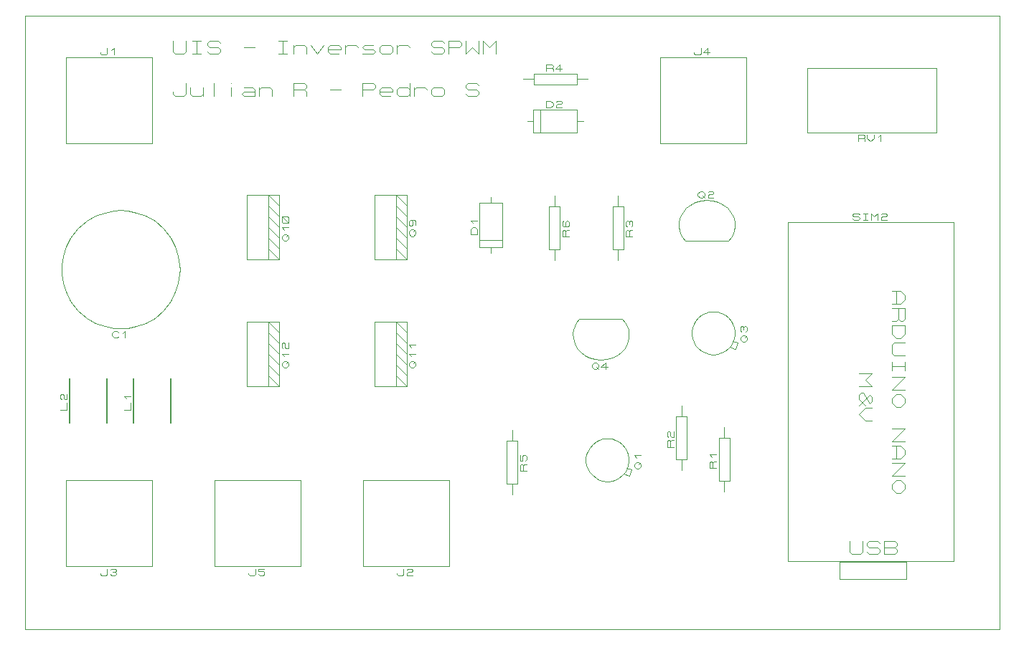
<source format=gbr>
G04 PROTEUS GERBER X2 FILE*
%TF.GenerationSoftware,Labcenter,Proteus,8.15-SP1-Build34318*%
%TF.CreationDate,2023-11-28T19:51:24+00:00*%
%TF.FileFunction,Legend,Top*%
%TF.FilePolarity,Positive*%
%TF.Part,Single*%
%TF.SameCoordinates,{4b54416f-b8ac-4c38-86d9-f2280a18938b}*%
%FSLAX45Y45*%
%MOMM*%
G01*
%TA.AperFunction,Material*%
%ADD20C,0.101600*%
%ADD21C,0.200000*%
%TA.AperFunction,NonMaterial*%
%ADD22C,0.101600*%
%TA.AperFunction,Profile*%
%ADD71C,0.101600*%
%TD.AperFunction*%
D20*
X+7504000Y+6881000D02*
X+7504000Y+6119000D01*
X+5980000Y+6119000D02*
X+5980000Y+6881000D01*
X+7504000Y+6119000D02*
X+5980000Y+6119000D01*
X+7504000Y+6881000D02*
X+5980000Y+6881000D01*
X+6581980Y+6012320D02*
X+6581980Y+6088520D01*
X+6648655Y+6088520D01*
X+6661990Y+6075820D01*
X+6661990Y+6063120D01*
X+6648655Y+6050420D01*
X+6581980Y+6050420D01*
X+6648655Y+6050420D02*
X+6661990Y+6037720D01*
X+6661990Y+6012320D01*
X+6688660Y+6088520D02*
X+6688660Y+6050420D01*
X+6728665Y+6012320D01*
X+6768670Y+6050420D01*
X+6768670Y+6088520D01*
X+6822010Y+6063120D02*
X+6848680Y+6088520D01*
X+6848680Y+6012320D01*
X+5000000Y+1877000D02*
X+5000000Y+2004000D01*
X+4936500Y+2004000D02*
X+5063500Y+2004000D01*
X+5063500Y+2512000D01*
X+4936500Y+2512000D01*
X+4936500Y+2004000D01*
X+5000000Y+2512000D02*
X+5000000Y+2639000D01*
X+4906020Y+2151320D02*
X+4829820Y+2151320D01*
X+4829820Y+2217995D01*
X+4842520Y+2231330D01*
X+4855220Y+2231330D01*
X+4867920Y+2217995D01*
X+4867920Y+2151320D01*
X+4867920Y+2217995D02*
X+4880620Y+2231330D01*
X+4906020Y+2231330D01*
X+4855220Y+2284670D02*
X+4829820Y+2311340D01*
X+4906020Y+2311340D01*
X+4500000Y+2127000D02*
X+4500000Y+2254000D01*
X+4436500Y+2254000D02*
X+4563500Y+2254000D01*
X+4563500Y+2762000D01*
X+4436500Y+2762000D01*
X+4436500Y+2254000D01*
X+4500000Y+2762000D02*
X+4500000Y+2889000D01*
X+4406020Y+2401320D02*
X+4329820Y+2401320D01*
X+4329820Y+2467995D01*
X+4342520Y+2481330D01*
X+4355220Y+2481330D01*
X+4367920Y+2467995D01*
X+4367920Y+2401320D01*
X+4367920Y+2467995D02*
X+4380620Y+2481330D01*
X+4406020Y+2481330D01*
X+4342520Y+2521335D02*
X+4329820Y+2534670D01*
X+4329820Y+2574675D01*
X+4342520Y+2588010D01*
X+4355220Y+2588010D01*
X+4367920Y+2574675D01*
X+4367920Y+2534670D01*
X+4380620Y+2521335D01*
X+4406020Y+2521335D01*
X+4406020Y+2588010D01*
X+5127000Y+3750000D02*
X+5126173Y+3770483D01*
X+5119455Y+3811450D01*
X+5105437Y+3852417D01*
X+5082659Y+3893384D01*
X+5047859Y+3934229D01*
X+5006892Y+3965845D01*
X+4965925Y+3986392D01*
X+4924958Y+3998629D01*
X+4883991Y+4003762D01*
X+4873000Y+4004000D01*
X+4619000Y+3750000D02*
X+4619827Y+3770483D01*
X+4626545Y+3811450D01*
X+4640563Y+3852417D01*
X+4663341Y+3893384D01*
X+4698141Y+3934229D01*
X+4739108Y+3965845D01*
X+4780075Y+3986392D01*
X+4821042Y+3998629D01*
X+4862009Y+4003762D01*
X+4873000Y+4004000D01*
X+4619000Y+3750000D02*
X+4619827Y+3729517D01*
X+4626545Y+3688550D01*
X+4640563Y+3647583D01*
X+4663341Y+3606616D01*
X+4698141Y+3565771D01*
X+4739108Y+3534155D01*
X+4780075Y+3513608D01*
X+4821042Y+3501371D01*
X+4862009Y+3496238D01*
X+4873000Y+3496000D01*
X+5127000Y+3750000D02*
X+5126173Y+3729517D01*
X+5119455Y+3688550D01*
X+5105437Y+3647583D01*
X+5082659Y+3606616D01*
X+5047859Y+3565771D01*
X+5006892Y+3534155D01*
X+4965925Y+3513608D01*
X+4924958Y+3501371D01*
X+4883991Y+3496238D01*
X+4873000Y+3496000D01*
X+5102500Y+3657100D02*
X+5161400Y+3634300D01*
X+5131400Y+3561000D01*
X+5128300Y+3559900D02*
X+5064200Y+3587800D01*
X+5217280Y+3643320D02*
X+5191880Y+3669990D01*
X+5191880Y+3696660D01*
X+5217280Y+3723330D01*
X+5242680Y+3723330D01*
X+5268080Y+3696660D01*
X+5268080Y+3669990D01*
X+5242680Y+3643320D01*
X+5217280Y+3643320D01*
X+5242680Y+3696660D02*
X+5268080Y+3723330D01*
X+5204580Y+3763335D02*
X+5191880Y+3776670D01*
X+5191880Y+3816675D01*
X+5204580Y+3830010D01*
X+5217280Y+3830010D01*
X+5229980Y+3816675D01*
X+5242680Y+3830010D01*
X+5255380Y+3830010D01*
X+5268080Y+3816675D01*
X+5268080Y+3776670D01*
X+5255380Y+3763335D01*
X+5229980Y+3790005D02*
X+5229980Y+3816675D01*
X+3877000Y+2250000D02*
X+3876173Y+2270483D01*
X+3869455Y+2311450D01*
X+3855437Y+2352417D01*
X+3832659Y+2393384D01*
X+3797859Y+2434229D01*
X+3756892Y+2465845D01*
X+3715925Y+2486392D01*
X+3674958Y+2498629D01*
X+3633991Y+2503762D01*
X+3623000Y+2504000D01*
X+3369000Y+2250000D02*
X+3369827Y+2270483D01*
X+3376545Y+2311450D01*
X+3390563Y+2352417D01*
X+3413341Y+2393384D01*
X+3448141Y+2434229D01*
X+3489108Y+2465845D01*
X+3530075Y+2486392D01*
X+3571042Y+2498629D01*
X+3612009Y+2503762D01*
X+3623000Y+2504000D01*
X+3369000Y+2250000D02*
X+3369827Y+2229517D01*
X+3376545Y+2188550D01*
X+3390563Y+2147583D01*
X+3413341Y+2106616D01*
X+3448141Y+2065771D01*
X+3489108Y+2034155D01*
X+3530075Y+2013608D01*
X+3571042Y+2001371D01*
X+3612009Y+1996238D01*
X+3623000Y+1996000D01*
X+3877000Y+2250000D02*
X+3876173Y+2229517D01*
X+3869455Y+2188550D01*
X+3855437Y+2147583D01*
X+3832659Y+2106616D01*
X+3797859Y+2065771D01*
X+3756892Y+2034155D01*
X+3715925Y+2013608D01*
X+3674958Y+2001371D01*
X+3633991Y+1996238D01*
X+3623000Y+1996000D01*
X+3852500Y+2157100D02*
X+3911400Y+2134300D01*
X+3881400Y+2061000D01*
X+3878300Y+2059900D02*
X+3814200Y+2087800D01*
X+3967280Y+2143320D02*
X+3941880Y+2169990D01*
X+3941880Y+2196660D01*
X+3967280Y+2223330D01*
X+3992680Y+2223330D01*
X+4018080Y+2196660D01*
X+4018080Y+2169990D01*
X+3992680Y+2143320D01*
X+3967280Y+2143320D01*
X+3992680Y+2196660D02*
X+4018080Y+2223330D01*
X+3967280Y+2276670D02*
X+3941880Y+2303340D01*
X+4018080Y+2303340D01*
X+4542800Y+4834900D02*
X+5050800Y+4834900D01*
X+4466600Y+5000000D02*
X+4471362Y+4961702D01*
X+4485650Y+4922212D01*
X+4509462Y+4880342D01*
X+4542800Y+4834900D01*
X+4466600Y+5000000D02*
X+4469231Y+5064918D01*
X+4485712Y+5124953D01*
X+4514639Y+5178942D01*
X+4554607Y+5225722D01*
X+4604212Y+5264131D01*
X+4662049Y+5293005D01*
X+4726713Y+5311183D01*
X+4796800Y+5317500D01*
X+5127000Y+5000000D02*
X+5122238Y+4961702D01*
X+5107950Y+4922212D01*
X+5084138Y+4880342D01*
X+5050800Y+4834900D01*
X+5127000Y+5000000D02*
X+5124369Y+5064918D01*
X+5107888Y+5124953D01*
X+5078961Y+5178942D01*
X+5038993Y+5225722D01*
X+4989388Y+5264131D01*
X+4931551Y+5293005D01*
X+4866887Y+5311183D01*
X+4796800Y+5317500D01*
X+4690120Y+5398780D02*
X+4716790Y+5424180D01*
X+4743460Y+5424180D01*
X+4770130Y+5398780D01*
X+4770130Y+5373380D01*
X+4743460Y+5347980D01*
X+4716790Y+5347980D01*
X+4690120Y+5373380D01*
X+4690120Y+5398780D01*
X+4743460Y+5373380D02*
X+4770130Y+5347980D01*
X+4810135Y+5411480D02*
X+4823470Y+5424180D01*
X+4863475Y+5424180D01*
X+4876810Y+5411480D01*
X+4876810Y+5398780D01*
X+4863475Y+5386080D01*
X+4823470Y+5386080D01*
X+4810135Y+5373380D01*
X+4810135Y+5347980D01*
X+4876810Y+5347980D01*
X+4246000Y+7008000D02*
X+4246000Y+5992000D01*
X+5262000Y+7008000D02*
X+5262000Y+5992000D01*
X+4246000Y+5992000D02*
X+5262000Y+5992000D01*
X+4246000Y+7008000D02*
X+5262000Y+7008000D01*
X+4647320Y+7063880D02*
X+4647320Y+7051180D01*
X+4660655Y+7038480D01*
X+4713995Y+7038480D01*
X+4727330Y+7051180D01*
X+4727330Y+7114680D01*
X+4834010Y+7063880D02*
X+4754000Y+7063880D01*
X+4807340Y+7114680D01*
X+4807340Y+7038480D01*
X+3750000Y+5373000D02*
X+3750000Y+5246000D01*
X+3686500Y+4738000D02*
X+3813500Y+4738000D01*
X+3813500Y+5246000D01*
X+3686500Y+5246000D01*
X+3686500Y+4738000D01*
X+3750000Y+4738000D02*
X+3750000Y+4611000D01*
X+3920180Y+4885320D02*
X+3843980Y+4885320D01*
X+3843980Y+4951995D01*
X+3856680Y+4965330D01*
X+3869380Y+4965330D01*
X+3882080Y+4951995D01*
X+3882080Y+4885320D01*
X+3882080Y+4951995D02*
X+3894780Y+4965330D01*
X+3920180Y+4965330D01*
X+3856680Y+5005335D02*
X+3843980Y+5018670D01*
X+3843980Y+5058675D01*
X+3856680Y+5072010D01*
X+3869380Y+5072010D01*
X+3882080Y+5058675D01*
X+3894780Y+5072010D01*
X+3907480Y+5072010D01*
X+3920180Y+5058675D01*
X+3920180Y+5018670D01*
X+3907480Y+5005335D01*
X+3882080Y+5032005D02*
X+3882080Y+5058675D01*
X+2627000Y+6750000D02*
X+2754000Y+6750000D01*
X+2754000Y+6686500D02*
X+3262000Y+6686500D01*
X+3262000Y+6813500D01*
X+2754000Y+6813500D01*
X+2754000Y+6686500D01*
X+3262000Y+6750000D02*
X+3389000Y+6750000D01*
X+2901320Y+6843980D02*
X+2901320Y+6920180D01*
X+2967995Y+6920180D01*
X+2981330Y+6907480D01*
X+2981330Y+6894780D01*
X+2967995Y+6882080D01*
X+2901320Y+6882080D01*
X+2967995Y+6882080D02*
X+2981330Y+6869380D01*
X+2981330Y+6843980D01*
X+3088010Y+6869380D02*
X+3008000Y+6869380D01*
X+3061340Y+6920180D01*
X+3061340Y+6843980D01*
X+2748920Y+6117920D02*
X+3267080Y+6117920D01*
X+3267080Y+6384620D01*
X+2748920Y+6384620D01*
X+2748920Y+6117920D01*
X+2830200Y+6382080D02*
X+2830200Y+6120460D01*
X+2677800Y+6250000D02*
X+2748920Y+6250000D01*
X+3267080Y+6250000D02*
X+3338200Y+6250000D01*
X+2901320Y+6415100D02*
X+2901320Y+6491300D01*
X+2954660Y+6491300D01*
X+2981330Y+6465900D01*
X+2981330Y+6440500D01*
X+2954660Y+6415100D01*
X+2901320Y+6415100D01*
X+3021335Y+6478600D02*
X+3034670Y+6491300D01*
X+3074675Y+6491300D01*
X+3088010Y+6478600D01*
X+3088010Y+6465900D01*
X+3074675Y+6453200D01*
X+3034670Y+6453200D01*
X+3021335Y+6440500D01*
X+3021335Y+6415100D01*
X+3088010Y+6415100D01*
X+3800800Y+3915100D02*
X+3292800Y+3915100D01*
X+3877000Y+3750000D02*
X+3872238Y+3788298D01*
X+3857950Y+3827788D01*
X+3834138Y+3869658D01*
X+3800800Y+3915100D01*
X+3877000Y+3750000D02*
X+3874369Y+3685082D01*
X+3857888Y+3625047D01*
X+3828961Y+3571058D01*
X+3788993Y+3524278D01*
X+3739388Y+3485869D01*
X+3681551Y+3456995D01*
X+3616887Y+3438817D01*
X+3546800Y+3432500D01*
X+3216600Y+3750000D02*
X+3221362Y+3788298D01*
X+3235650Y+3827788D01*
X+3259462Y+3869658D01*
X+3292800Y+3915100D01*
X+3216600Y+3750000D02*
X+3219231Y+3685082D01*
X+3235712Y+3625047D01*
X+3264639Y+3571058D01*
X+3304607Y+3524278D01*
X+3354212Y+3485869D01*
X+3412049Y+3456995D01*
X+3476713Y+3438817D01*
X+3546800Y+3432500D01*
X+3440120Y+3376620D02*
X+3466790Y+3402020D01*
X+3493460Y+3402020D01*
X+3520130Y+3376620D01*
X+3520130Y+3351220D01*
X+3493460Y+3325820D01*
X+3466790Y+3325820D01*
X+3440120Y+3351220D01*
X+3440120Y+3376620D01*
X+3493460Y+3351220D02*
X+3520130Y+3325820D01*
X+3626810Y+3351220D02*
X+3546800Y+3351220D01*
X+3600140Y+3402020D01*
X+3600140Y+3325820D01*
X+2500000Y+2607000D02*
X+2500000Y+2480000D01*
X+2436500Y+1972000D02*
X+2563500Y+1972000D01*
X+2563500Y+2480000D01*
X+2436500Y+2480000D01*
X+2436500Y+1972000D01*
X+2500000Y+1972000D02*
X+2500000Y+1845000D01*
X+2670180Y+2119320D02*
X+2593980Y+2119320D01*
X+2593980Y+2185995D01*
X+2606680Y+2199330D01*
X+2619380Y+2199330D01*
X+2632080Y+2185995D01*
X+2632080Y+2119320D01*
X+2632080Y+2185995D02*
X+2644780Y+2199330D01*
X+2670180Y+2199330D01*
X+2593980Y+2306010D02*
X+2593980Y+2239335D01*
X+2619380Y+2239335D01*
X+2619380Y+2292675D01*
X+2632080Y+2306010D01*
X+2657480Y+2306010D01*
X+2670180Y+2292675D01*
X+2670180Y+2252670D01*
X+2657480Y+2239335D01*
X+3000000Y+5373000D02*
X+3000000Y+5246000D01*
X+2936500Y+4738000D02*
X+3063500Y+4738000D01*
X+3063500Y+5246000D01*
X+2936500Y+5246000D01*
X+2936500Y+4738000D01*
X+3000000Y+4738000D02*
X+3000000Y+4611000D01*
X+3170180Y+4885320D02*
X+3093980Y+4885320D01*
X+3093980Y+4951995D01*
X+3106680Y+4965330D01*
X+3119380Y+4965330D01*
X+3132080Y+4951995D01*
X+3132080Y+4885320D01*
X+3132080Y+4951995D02*
X+3144780Y+4965330D01*
X+3170180Y+4965330D01*
X+3106680Y+5072010D02*
X+3093980Y+5058675D01*
X+3093980Y+5018670D01*
X+3106680Y+5005335D01*
X+3157480Y+5005335D01*
X+3170180Y+5018670D01*
X+3170180Y+5058675D01*
X+3157480Y+5072010D01*
X+3144780Y+5072010D01*
X+3132080Y+5058675D01*
X+3132080Y+5005335D01*
X+2115380Y+4764920D02*
X+2382080Y+4764920D01*
X+2382080Y+5283080D01*
X+2115380Y+5283080D01*
X+2115380Y+4764920D01*
X+2117920Y+4846200D02*
X+2379540Y+4846200D01*
X+2250000Y+4693800D02*
X+2250000Y+4764920D01*
X+2250000Y+5283080D02*
X+2250000Y+5354200D01*
X+2084900Y+4917320D02*
X+2008700Y+4917320D01*
X+2008700Y+4970660D01*
X+2034100Y+4997330D01*
X+2059500Y+4997330D01*
X+2084900Y+4970660D01*
X+2084900Y+4917320D01*
X+2034100Y+5050670D02*
X+2008700Y+5077340D01*
X+2084900Y+5077340D01*
X+873000Y+4619000D02*
X+1127000Y+4619000D01*
X+1127000Y+5381000D01*
X+873000Y+5381000D01*
X+873000Y+4619000D01*
X+1127000Y+5381000D02*
X+1254000Y+5381000D01*
X+1254000Y+4619000D01*
X+1127000Y+4619000D01*
X+1127000Y+5381000D02*
X+1254000Y+5254000D01*
X+1127000Y+5254000D02*
X+1254000Y+5127000D01*
X+1127000Y+5127000D02*
X+1254000Y+5000000D01*
X+1127000Y+5000000D02*
X+1254000Y+4873000D01*
X+1127000Y+4873000D02*
X+1254000Y+4746000D01*
X+1127000Y+4746000D02*
X+1254000Y+4619000D01*
X+1309880Y+4893320D02*
X+1284480Y+4919990D01*
X+1284480Y+4946660D01*
X+1309880Y+4973330D01*
X+1335280Y+4973330D01*
X+1360680Y+4946660D01*
X+1360680Y+4919990D01*
X+1335280Y+4893320D01*
X+1309880Y+4893320D01*
X+1335280Y+4946660D02*
X+1360680Y+4973330D01*
X+1309880Y+5080010D02*
X+1322580Y+5066675D01*
X+1322580Y+5026670D01*
X+1309880Y+5013335D01*
X+1297180Y+5013335D01*
X+1284480Y+5026670D01*
X+1284480Y+5066675D01*
X+1297180Y+5080010D01*
X+1347980Y+5080010D01*
X+1360680Y+5066675D01*
X+1360680Y+5026670D01*
X+873000Y+3119000D02*
X+1127000Y+3119000D01*
X+1127000Y+3881000D01*
X+873000Y+3881000D01*
X+873000Y+3119000D01*
X+1127000Y+3881000D02*
X+1254000Y+3881000D01*
X+1254000Y+3119000D01*
X+1127000Y+3119000D01*
X+1127000Y+3881000D02*
X+1254000Y+3754000D01*
X+1127000Y+3754000D02*
X+1254000Y+3627000D01*
X+1127000Y+3627000D02*
X+1254000Y+3500000D01*
X+1127000Y+3500000D02*
X+1254000Y+3373000D01*
X+1127000Y+3373000D02*
X+1254000Y+3246000D01*
X+1127000Y+3246000D02*
X+1254000Y+3119000D01*
X+1309880Y+3339980D02*
X+1284480Y+3366650D01*
X+1284480Y+3393320D01*
X+1309880Y+3419990D01*
X+1335280Y+3419990D01*
X+1360680Y+3393320D01*
X+1360680Y+3366650D01*
X+1335280Y+3339980D01*
X+1309880Y+3339980D01*
X+1335280Y+3393320D02*
X+1360680Y+3419990D01*
X+1309880Y+3473330D02*
X+1284480Y+3500000D01*
X+1360680Y+3500000D01*
X+1309880Y+3580010D02*
X+1284480Y+3606680D01*
X+1360680Y+3606680D01*
X-627000Y+4615000D02*
X-373000Y+4615000D01*
X-373000Y+5377000D01*
X-627000Y+5377000D01*
X-627000Y+4615000D01*
X-373000Y+5377000D02*
X-246000Y+5377000D01*
X-246000Y+4615000D01*
X-373000Y+4615000D01*
X-373000Y+5377000D02*
X-246000Y+5250000D01*
X-373000Y+5250000D02*
X-246000Y+5123000D01*
X-373000Y+5123000D02*
X-246000Y+4996000D01*
X-373000Y+4996000D02*
X-246000Y+4869000D01*
X-373000Y+4869000D02*
X-246000Y+4742000D01*
X-373000Y+4742000D02*
X-246000Y+4615000D01*
X-190120Y+4835980D02*
X-215520Y+4862650D01*
X-215520Y+4889320D01*
X-190120Y+4915990D01*
X-164720Y+4915990D01*
X-139320Y+4889320D01*
X-139320Y+4862650D01*
X-164720Y+4835980D01*
X-190120Y+4835980D01*
X-164720Y+4889320D02*
X-139320Y+4915990D01*
X-190120Y+4969330D02*
X-215520Y+4996000D01*
X-139320Y+4996000D01*
X-152020Y+5049340D02*
X-202820Y+5049340D01*
X-215520Y+5062675D01*
X-215520Y+5116015D01*
X-202820Y+5129350D01*
X-152020Y+5129350D01*
X-139320Y+5116015D01*
X-139320Y+5062675D01*
X-152020Y+5049340D01*
X-139320Y+5049340D02*
X-215520Y+5129350D01*
X-627000Y+3119000D02*
X-373000Y+3119000D01*
X-373000Y+3881000D01*
X-627000Y+3881000D01*
X-627000Y+3119000D01*
X-373000Y+3881000D02*
X-246000Y+3881000D01*
X-246000Y+3119000D01*
X-373000Y+3119000D01*
X-373000Y+3881000D02*
X-246000Y+3754000D01*
X-373000Y+3754000D02*
X-246000Y+3627000D01*
X-373000Y+3627000D02*
X-246000Y+3500000D01*
X-373000Y+3500000D02*
X-246000Y+3373000D01*
X-373000Y+3373000D02*
X-246000Y+3246000D01*
X-373000Y+3246000D02*
X-246000Y+3119000D01*
X-190120Y+3339980D02*
X-215520Y+3366650D01*
X-215520Y+3393320D01*
X-190120Y+3419990D01*
X-164720Y+3419990D01*
X-139320Y+3393320D01*
X-139320Y+3366650D01*
X-164720Y+3339980D01*
X-190120Y+3339980D01*
X-164720Y+3393320D02*
X-139320Y+3419990D01*
X-190120Y+3473330D02*
X-215520Y+3500000D01*
X-139320Y+3500000D01*
X-202820Y+3566675D02*
X-215520Y+3580010D01*
X-215520Y+3620015D01*
X-202820Y+3633350D01*
X-190120Y+3633350D01*
X-177420Y+3620015D01*
X-177420Y+3580010D01*
X-164720Y+3566675D01*
X-139320Y+3566675D01*
X-139320Y+3633350D01*
X+4000Y+992000D02*
X+4000Y+2008000D01*
X-1012000Y+992000D02*
X-1012000Y+2008000D01*
X+4000Y+2008000D02*
X-1012000Y+2008000D01*
X+4000Y+992000D02*
X-1012000Y+992000D01*
X-610680Y+910720D02*
X-610680Y+898020D01*
X-597345Y+885320D01*
X-544005Y+885320D01*
X-530670Y+898020D01*
X-530670Y+961520D01*
X-423990Y+961520D02*
X-490665Y+961520D01*
X-490665Y+936120D01*
X-437325Y+936120D01*
X-423990Y+923420D01*
X-423990Y+898020D01*
X-437325Y+885320D01*
X-477330Y+885320D01*
X-490665Y+898020D01*
X+1754000Y+992000D02*
X+1754000Y+2008000D01*
X+738000Y+992000D02*
X+738000Y+2008000D01*
X+1754000Y+2008000D02*
X+738000Y+2008000D01*
X+1754000Y+992000D02*
X+738000Y+992000D01*
X+1139320Y+910720D02*
X+1139320Y+898020D01*
X+1152655Y+885320D01*
X+1205995Y+885320D01*
X+1219330Y+898020D01*
X+1219330Y+961520D01*
X+1259335Y+948820D02*
X+1272670Y+961520D01*
X+1312675Y+961520D01*
X+1326010Y+948820D01*
X+1326010Y+936120D01*
X+1312675Y+923420D01*
X+1272670Y+923420D01*
X+1259335Y+910720D01*
X+1259335Y+885320D01*
X+1326010Y+885320D01*
X-1746000Y+992000D02*
X-1746000Y+2008000D01*
X-2762000Y+992000D02*
X-2762000Y+2008000D01*
X-1746000Y+2008000D02*
X-2762000Y+2008000D01*
X-1746000Y+992000D02*
X-2762000Y+992000D01*
X-2360680Y+910720D02*
X-2360680Y+898020D01*
X-2347345Y+885320D01*
X-2294005Y+885320D01*
X-2280670Y+898020D01*
X-2280670Y+961520D01*
X-2240665Y+948820D02*
X-2227330Y+961520D01*
X-2187325Y+961520D01*
X-2173990Y+948820D01*
X-2173990Y+936120D01*
X-2187325Y+923420D01*
X-2173990Y+910720D01*
X-2173990Y+898020D01*
X-2187325Y+885320D01*
X-2227330Y+885320D01*
X-2240665Y+898020D01*
X-2213995Y+923420D02*
X-2187325Y+923420D01*
D21*
X-1970000Y+2690000D02*
X-1970000Y+3210000D01*
X-1530000Y+2690000D02*
X-1530000Y+3210000D01*
D20*
X-2081600Y+2843320D02*
X-2005400Y+2843320D01*
X-2005400Y+2923330D01*
X-2056200Y+2976670D02*
X-2081600Y+3003340D01*
X-2005400Y+3003340D01*
D21*
X-2720000Y+2690000D02*
X-2720000Y+3210000D01*
X-2280000Y+2690000D02*
X-2280000Y+3210000D01*
D20*
X-2831600Y+2843320D02*
X-2755400Y+2843320D01*
X-2755400Y+2923330D01*
X-2818900Y+2963335D02*
X-2831600Y+2976670D01*
X-2831600Y+3016675D01*
X-2818900Y+3030010D01*
X-2806200Y+3030010D01*
X-2793500Y+3016675D01*
X-2793500Y+2976670D01*
X-2780800Y+2963335D01*
X-2755400Y+2963335D01*
X-2755400Y+3030010D01*
X+5752500Y+1056000D02*
X+7712500Y+1056000D01*
X+7712500Y+5056000D01*
X+5752500Y+5056000D01*
X+5752500Y+1056000D01*
X+6589300Y+3276000D02*
X+6741700Y+3276000D01*
X+6665500Y+3199800D01*
X+6741700Y+3123600D01*
X+6589300Y+3123600D01*
X+6589300Y+2895000D02*
X+6716300Y+3022000D01*
X+6741700Y+2996600D01*
X+6741700Y+2945800D01*
X+6716300Y+2920400D01*
X+6640100Y+3047400D01*
X+6614700Y+3047400D01*
X+6589300Y+3022000D01*
X+6589300Y+2971200D01*
X+6665500Y+2895000D01*
X+6741700Y+2869600D02*
X+6665500Y+2869600D01*
X+6589300Y+2793400D01*
X+6665500Y+2717200D01*
X+6741700Y+2717200D01*
X+6979300Y+4246000D02*
X+7080900Y+4246000D01*
X+7131700Y+4195200D01*
X+7131700Y+4144400D01*
X+7080900Y+4093600D01*
X+6979300Y+4093600D01*
X+7030100Y+4246000D02*
X+7030100Y+4093600D01*
X+6979300Y+4042800D02*
X+7131700Y+4042800D01*
X+7131700Y+3915800D01*
X+7106300Y+3890400D01*
X+7080900Y+3890400D01*
X+7055500Y+3915800D01*
X+7055500Y+4042800D01*
X+7055500Y+3915800D02*
X+7030100Y+3890400D01*
X+6979300Y+3890400D01*
X+6979300Y+3839600D02*
X+7131700Y+3839600D01*
X+7131700Y+3738000D01*
X+7080900Y+3687200D01*
X+7030100Y+3687200D01*
X+6979300Y+3738000D01*
X+6979300Y+3839600D01*
X+7131700Y+3636400D02*
X+7004700Y+3636400D01*
X+6979300Y+3611000D01*
X+6979300Y+3509400D01*
X+7004700Y+3484000D01*
X+7131700Y+3484000D01*
X+7131700Y+3407800D02*
X+7131700Y+3306200D01*
X+7131700Y+3357000D02*
X+6979300Y+3357000D01*
X+6979300Y+3407800D02*
X+6979300Y+3306200D01*
X+6979300Y+3230000D02*
X+7131700Y+3230000D01*
X+6979300Y+3077600D01*
X+7131700Y+3077600D01*
X+7080900Y+3026800D02*
X+7131700Y+2976000D01*
X+7131700Y+2925200D01*
X+7080900Y+2874400D01*
X+7030100Y+2874400D01*
X+6979300Y+2925200D01*
X+6979300Y+2976000D01*
X+7030100Y+3026800D01*
X+7080900Y+3026800D01*
X+6979300Y+2620400D02*
X+7131700Y+2620400D01*
X+6979300Y+2468000D01*
X+7131700Y+2468000D01*
X+6979300Y+2417200D02*
X+7080900Y+2417200D01*
X+7131700Y+2366400D01*
X+7131700Y+2315600D01*
X+7080900Y+2264800D01*
X+6979300Y+2264800D01*
X+7030100Y+2417200D02*
X+7030100Y+2264800D01*
X+6979300Y+2214000D02*
X+7131700Y+2214000D01*
X+6979300Y+2061600D01*
X+7131700Y+2061600D01*
X+7080900Y+2010800D02*
X+7131700Y+1960000D01*
X+7131700Y+1909200D01*
X+7080900Y+1858400D01*
X+7030100Y+1858400D01*
X+6979300Y+1909200D01*
X+6979300Y+1960000D01*
X+7030100Y+2010800D01*
X+7080900Y+2010800D01*
X+6362500Y+846000D02*
X+7152500Y+846000D01*
X+7152500Y+1046000D01*
X+6362500Y+1046000D01*
X+6362500Y+846000D01*
X+6482500Y+1295200D02*
X+6482500Y+1168200D01*
X+6507900Y+1142800D01*
X+6609500Y+1142800D01*
X+6634900Y+1168200D01*
X+6634900Y+1295200D01*
X+6685700Y+1168200D02*
X+6711100Y+1142800D01*
X+6812700Y+1142800D01*
X+6838100Y+1168200D01*
X+6838100Y+1193600D01*
X+6812700Y+1219000D01*
X+6711100Y+1219000D01*
X+6685700Y+1244400D01*
X+6685700Y+1269800D01*
X+6711100Y+1295200D01*
X+6812700Y+1295200D01*
X+6838100Y+1269800D01*
X+6888900Y+1142800D02*
X+6888900Y+1295200D01*
X+7015900Y+1295200D01*
X+7041300Y+1269800D01*
X+7041300Y+1244400D01*
X+7015900Y+1219000D01*
X+7041300Y+1193600D01*
X+7041300Y+1168200D01*
X+7015900Y+1142800D01*
X+6888900Y+1142800D01*
X+6888900Y+1219000D02*
X+7015900Y+1219000D01*
X+6519140Y+5099180D02*
X+6532475Y+5086480D01*
X+6585815Y+5086480D01*
X+6599150Y+5099180D01*
X+6599150Y+5111880D01*
X+6585815Y+5124580D01*
X+6532475Y+5124580D01*
X+6519140Y+5137280D01*
X+6519140Y+5149980D01*
X+6532475Y+5162680D01*
X+6585815Y+5162680D01*
X+6599150Y+5149980D01*
X+6639155Y+5162680D02*
X+6692495Y+5162680D01*
X+6665825Y+5162680D02*
X+6665825Y+5086480D01*
X+6639155Y+5086480D02*
X+6692495Y+5086480D01*
X+6732500Y+5086480D02*
X+6732500Y+5162680D01*
X+6772505Y+5124580D01*
X+6812510Y+5162680D01*
X+6812510Y+5086480D01*
X+6852515Y+5149980D02*
X+6865850Y+5162680D01*
X+6905855Y+5162680D01*
X+6919190Y+5149980D01*
X+6919190Y+5137280D01*
X+6905855Y+5124580D01*
X+6865850Y+5124580D01*
X+6852515Y+5111880D01*
X+6852515Y+5086480D01*
X+6919190Y+5086480D01*
X-1420500Y+4500000D02*
X-1422538Y+4553320D01*
X-1439063Y+4659961D01*
X-1473380Y+4766602D01*
X-1528583Y+4873243D01*
X-1611444Y+4979884D01*
X-1717697Y+5071715D01*
X-1824338Y+5133306D01*
X-1930979Y+5172719D01*
X-2037620Y+5193743D01*
X-2119000Y+5198500D01*
X-2817500Y+4500000D02*
X-2815462Y+4553320D01*
X-2798937Y+4659961D01*
X-2764620Y+4766602D01*
X-2709417Y+4873243D01*
X-2626556Y+4979884D01*
X-2520303Y+5071715D01*
X-2413662Y+5133306D01*
X-2307021Y+5172719D01*
X-2200380Y+5193743D01*
X-2119000Y+5198500D01*
X-2817500Y+4500000D02*
X-2815462Y+4446680D01*
X-2798937Y+4340039D01*
X-2764620Y+4233398D01*
X-2709417Y+4126757D01*
X-2626556Y+4020116D01*
X-2520303Y+3928285D01*
X-2413662Y+3866694D01*
X-2307021Y+3827281D01*
X-2200380Y+3806257D01*
X-2119000Y+3801500D01*
X-1420500Y+4500000D02*
X-1422538Y+4446680D01*
X-1439063Y+4340039D01*
X-1473380Y+4233398D01*
X-1528583Y+4126757D01*
X-1611444Y+4020116D01*
X-1717697Y+3928285D01*
X-1824338Y+3866694D01*
X-1930979Y+3827281D01*
X-2037620Y+3806257D01*
X-2119000Y+3801500D01*
X-2145670Y+3707520D02*
X-2159005Y+3694820D01*
X-2199010Y+3694820D01*
X-2225680Y+3720220D01*
X-2225680Y+3745620D01*
X-2199010Y+3771020D01*
X-2159005Y+3771020D01*
X-2145670Y+3758320D01*
X-2092330Y+3745620D02*
X-2065660Y+3771020D01*
X-2065660Y+3694820D01*
X-2762000Y+7008000D02*
X-2762000Y+5992000D01*
X-1746000Y+7008000D02*
X-1746000Y+5992000D01*
X-2762000Y+5992000D02*
X-1746000Y+5992000D01*
X-2762000Y+7008000D02*
X-1746000Y+7008000D01*
X-2360680Y+7063880D02*
X-2360680Y+7051180D01*
X-2347345Y+7038480D01*
X-2294005Y+7038480D01*
X-2280670Y+7051180D01*
X-2280670Y+7114680D01*
X-2227330Y+7089280D02*
X-2200660Y+7114680D01*
X-2200660Y+7038480D01*
D22*
X-1500000Y+7199200D02*
X-1500000Y+7072200D01*
X-1474600Y+7046800D01*
X-1373000Y+7046800D01*
X-1347600Y+7072200D01*
X-1347600Y+7199200D01*
X-1271400Y+7199200D02*
X-1169800Y+7199200D01*
X-1220600Y+7199200D02*
X-1220600Y+7046800D01*
X-1271400Y+7046800D02*
X-1169800Y+7046800D01*
X-1093600Y+7072200D02*
X-1068200Y+7046800D01*
X-966600Y+7046800D01*
X-941200Y+7072200D01*
X-941200Y+7097600D01*
X-966600Y+7123000D01*
X-1068200Y+7123000D01*
X-1093600Y+7148400D01*
X-1093600Y+7173800D01*
X-1068200Y+7199200D01*
X-966600Y+7199200D01*
X-941200Y+7173800D01*
X-661800Y+7123000D02*
X-534800Y+7123000D01*
X-255400Y+7199200D02*
X-153800Y+7199200D01*
X-204600Y+7199200D02*
X-204600Y+7046800D01*
X-255400Y+7046800D02*
X-153800Y+7046800D01*
X-77600Y+7046800D02*
X-77600Y+7148400D01*
X-77600Y+7123000D02*
X-52200Y+7148400D01*
X+49400Y+7148400D01*
X+74800Y+7123000D01*
X+74800Y+7046800D01*
X+125600Y+7148400D02*
X+201800Y+7046800D01*
X+278000Y+7148400D01*
X+328800Y+7097600D02*
X+481200Y+7097600D01*
X+481200Y+7123000D01*
X+455800Y+7148400D01*
X+354200Y+7148400D01*
X+328800Y+7123000D01*
X+328800Y+7072200D01*
X+354200Y+7046800D01*
X+455800Y+7046800D01*
X+532000Y+7046800D02*
X+532000Y+7148400D01*
X+532000Y+7123000D02*
X+557400Y+7148400D01*
X+659000Y+7148400D01*
X+684400Y+7123000D01*
X+862200Y+7148400D02*
X+760600Y+7148400D01*
X+735200Y+7123000D01*
X+760600Y+7097600D01*
X+862200Y+7097600D01*
X+887600Y+7072200D01*
X+862200Y+7046800D01*
X+735200Y+7046800D01*
X+938400Y+7123000D02*
X+963800Y+7148400D01*
X+1065400Y+7148400D01*
X+1090800Y+7123000D01*
X+1090800Y+7072200D01*
X+1065400Y+7046800D01*
X+963800Y+7046800D01*
X+938400Y+7072200D01*
X+938400Y+7123000D01*
X+1141600Y+7046800D02*
X+1141600Y+7148400D01*
X+1141600Y+7123000D02*
X+1167000Y+7148400D01*
X+1268600Y+7148400D01*
X+1294000Y+7123000D01*
X+1548000Y+7072200D02*
X+1573400Y+7046800D01*
X+1675000Y+7046800D01*
X+1700400Y+7072200D01*
X+1700400Y+7097600D01*
X+1675000Y+7123000D01*
X+1573400Y+7123000D01*
X+1548000Y+7148400D01*
X+1548000Y+7173800D01*
X+1573400Y+7199200D01*
X+1675000Y+7199200D01*
X+1700400Y+7173800D01*
X+1751200Y+7046800D02*
X+1751200Y+7199200D01*
X+1878200Y+7199200D01*
X+1903600Y+7173800D01*
X+1903600Y+7148400D01*
X+1878200Y+7123000D01*
X+1751200Y+7123000D01*
X+1954400Y+7199200D02*
X+1954400Y+7046800D01*
X+2030600Y+7123000D01*
X+2106800Y+7046800D01*
X+2106800Y+7199200D01*
X+2157600Y+7046800D02*
X+2157600Y+7199200D01*
X+2233800Y+7123000D01*
X+2310000Y+7199200D01*
X+2310000Y+7046800D01*
X-1500000Y+6597600D02*
X-1500000Y+6572200D01*
X-1474600Y+6546800D01*
X-1373000Y+6546800D01*
X-1347600Y+6572200D01*
X-1347600Y+6699200D01*
X-1296800Y+6648400D02*
X-1296800Y+6572200D01*
X-1271400Y+6546800D01*
X-1169800Y+6546800D01*
X-1144400Y+6572200D01*
X-1144400Y+6546800D02*
X-1144400Y+6648400D01*
X-1017400Y+6699200D02*
X-1017400Y+6546800D01*
X-814200Y+6648400D02*
X-814200Y+6546800D01*
X-814200Y+6699200D02*
X-814200Y+6699200D01*
X-661800Y+6648400D02*
X-560200Y+6648400D01*
X-534800Y+6623000D01*
X-534800Y+6546800D01*
X-661800Y+6546800D01*
X-687200Y+6572200D01*
X-661800Y+6597600D01*
X-534800Y+6597600D01*
X-484000Y+6546800D02*
X-484000Y+6648400D01*
X-484000Y+6623000D02*
X-458600Y+6648400D01*
X-357000Y+6648400D01*
X-331600Y+6623000D01*
X-331600Y+6546800D01*
X-77600Y+6546800D02*
X-77600Y+6699200D01*
X+49400Y+6699200D01*
X+74800Y+6673800D01*
X+74800Y+6648400D01*
X+49400Y+6623000D01*
X-77600Y+6623000D01*
X+49400Y+6623000D02*
X+74800Y+6597600D01*
X+74800Y+6546800D01*
X+354200Y+6623000D02*
X+481200Y+6623000D01*
X+735200Y+6546800D02*
X+735200Y+6699200D01*
X+862200Y+6699200D01*
X+887600Y+6673800D01*
X+887600Y+6648400D01*
X+862200Y+6623000D01*
X+735200Y+6623000D01*
X+938400Y+6597600D02*
X+1090800Y+6597600D01*
X+1090800Y+6623000D01*
X+1065400Y+6648400D01*
X+963800Y+6648400D01*
X+938400Y+6623000D01*
X+938400Y+6572200D01*
X+963800Y+6546800D01*
X+1065400Y+6546800D01*
X+1294000Y+6623000D02*
X+1268600Y+6648400D01*
X+1167000Y+6648400D01*
X+1141600Y+6623000D01*
X+1141600Y+6572200D01*
X+1167000Y+6546800D01*
X+1268600Y+6546800D01*
X+1294000Y+6572200D01*
X+1294000Y+6546800D02*
X+1294000Y+6699200D01*
X+1344800Y+6546800D02*
X+1344800Y+6648400D01*
X+1344800Y+6623000D02*
X+1370200Y+6648400D01*
X+1471800Y+6648400D01*
X+1497200Y+6623000D01*
X+1548000Y+6623000D02*
X+1573400Y+6648400D01*
X+1675000Y+6648400D01*
X+1700400Y+6623000D01*
X+1700400Y+6572200D01*
X+1675000Y+6546800D01*
X+1573400Y+6546800D01*
X+1548000Y+6572200D01*
X+1548000Y+6623000D01*
X+1954400Y+6572200D02*
X+1979800Y+6546800D01*
X+2081400Y+6546800D01*
X+2106800Y+6572200D01*
X+2106800Y+6597600D01*
X+2081400Y+6623000D01*
X+1979800Y+6623000D01*
X+1954400Y+6648400D01*
X+1954400Y+6673800D01*
X+1979800Y+6699200D01*
X+2081400Y+6699200D01*
X+2106800Y+6673800D01*
D71*
X-3250000Y+250000D02*
X+8250000Y+250000D01*
X+8250000Y+7500000D01*
X-3250000Y+7500000D01*
X-3250000Y+250000D01*
M02*

</source>
